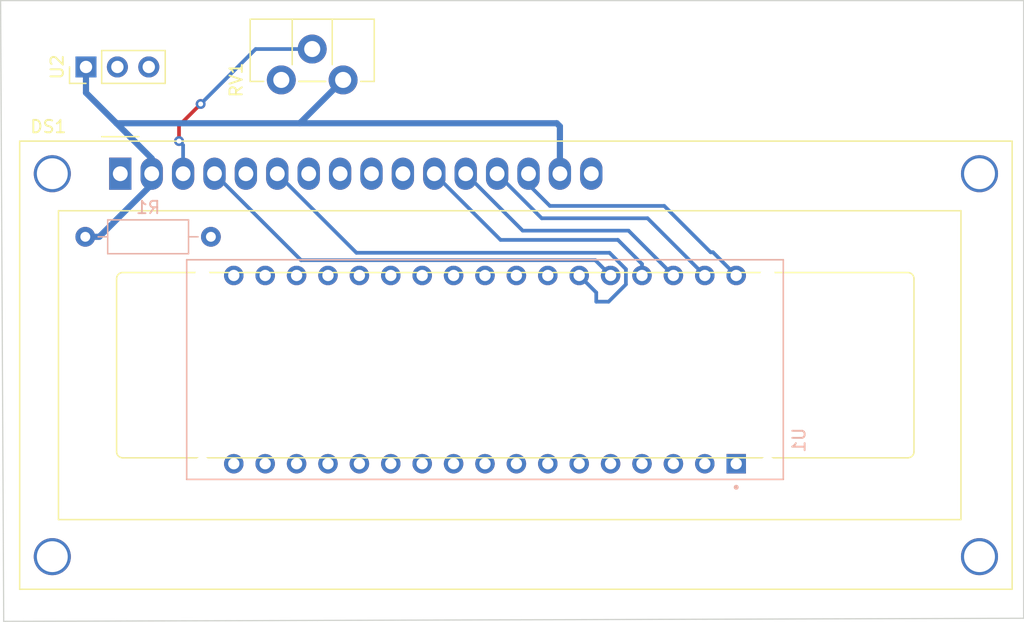
<source format=kicad_pcb>
(kicad_pcb (version 20211014) (generator pcbnew)
  (layers (0 "F.Cu" signal) (31 "B.Cu" signal) (34 "B.Paste" user) (35 "F.Paste" user) (36 "B.SilkS" user "B.Silkscreen") (37 "F.SilkS" user "F.Silkscreen") (38 "B.Mask" user) (39 "F.Mask" user) (44 "Edge.Cuts" user))
  (net 0 "")
  (net 1 "GND")
  (net 2 "+5V")
  (net 3 "Net-(RV1-Pad2)")
  (net 4 "/RST")
  (net 5 "/En")
  (net 10 "/D4")
  (net 11 "/D5")
  (net 12 "/D6")
  (net 13 "/D7")
  (net 14 "/DHT")
  (footprint "Display:WC1602A" (layer "F.Cu") (at 121.93 36.2625)
    (fp_text reference "DS1" (at -5.82 -3.81) (layer "F.SilkS"))
    (fp_text value "WC1602A")
    (fp_line (start -0.29972 22.49932) (end -0.29972 8.5) (layer "F.SilkS") (width 0.12))
    (fp_line (start 0.2 8) (end 63.7 8) (layer "F.SilkS") (width 0.12))
    (fp_line (start 64.2 8.5) (end 64.2 22.5) (layer "F.SilkS") (width 0.12))
    (fp_line (start -8.13 -2.64) (end -7.34 -2.64) (layer "F.SilkS") (width 0.12))
    (fp_line (start 68 28) (end -5 28) (layer "F.SilkS") (width 0.12))
    (fp_line (start -8.14 -2.64) (end -8.14 33.64) (layer "F.SilkS") (width 0.12))
    (fp_line (start -1.5 -3) (end 1.5 -3) (layer "F.SilkS") (width 0.12))
    (fp_line (start 63.70066 23) (end 0.2 23) (layer "F.SilkS") (width 0.12))
    (fp_line (start -5 28) (end -5 3) (layer "F.SilkS") (width 0.12))
    (fp_line (start -5 3) (end 68 3) (layer "F.SilkS") (width 0.12))
    (fp_line (start 68 3) (end 68 28) (layer "F.SilkS") (width 0.12))
    (fp_line (start -8.14 33.64) (end 72.14 33.64) (layer "F.SilkS") (width 0.12))
    (fp_line (start 72.14 -2.64) (end -7.34 -2.64) (layer "F.SilkS") (width 0.12))
    (fp_line (start 72.14 33.64) (end 72.14 -2.64) (layer "F.SilkS") (width 0.12))
    (fp_arc (start -0.29972 8.49884) (mid -0.153162 8.145018) (end 0.20066 7.99846) (layer "F.SilkS") (width 0.12))
    (fp_arc (start 0.20066 22.9997) (mid -0.153162 22.853142) (end -0.29972 22.49932) (layer "F.SilkS") (width 0.12))
    (fp_arc (start 64.20104 22.49932) (mid 64.054473 22.853115) (end 63.70066 22.9997) (layer "F.SilkS") (width 0.12))
    (fp_arc (start 63.7 8) (mid 64.053553 8.146447) (end 64.2 8.5) (layer "F.SilkS") (width 0.12))
    (pad "" thru_hole circle (at 69.49948 31.0007) (size 3 3) (drill 2.5) (layers *.Cu *.Mask))
    (pad "" thru_hole circle (at -5.4991 31.0007) (size 3 3) (drill 2.5) (layers *.Cu *.Mask))
    (pad "" thru_hole circle (at 69.5 0) (size 3 3) (drill 2.5) (layers *.Cu *.Mask))
    (pad "" thru_hole circle (at -5.4991 0) (size 3 3) (drill 2.5) (layers *.Cu *.Mask))
    (pad "1" thru_hole rect (at 0 0) (size 1.8 2.6) (drill 1.2) (layers *.Cu *.Mask) (net 1 "GND"))
    (pad "2" thru_hole oval (at 2.54 0) (size 1.8 2.6) (drill 1.2) (layers *.Cu *.Mask) (net 2 "+5V"))
    (pad "3" thru_hole oval (at 5.08 0) (size 1.8 2.6) (drill 1.2) (layers *.Cu *.Mask) (net 3 "Net-(RV1-Pad2)"))
    (pad "4" thru_hole oval (at 7.62 0) (size 1.8 2.6) (drill 1.2) (layers *.Cu *.Mask) (net 4 "/RST"))
    (pad "5" thru_hole oval (at 10.16 0) (size 1.8 2.6) (drill 1.2) (layers *.Cu *.Mask) (net 1 "GND"))
    (pad "6" thru_hole oval (at 12.7 0) (size 1.8 2.6) (drill 1.2) (layers *.Cu *.Mask) (net 5 "/En"))
    (pad "7" thru_hole oval (at 15.24 0) (size 1.8 2.6) (drill 1.2) (layers *.Cu *.Mask))
    (pad "8" thru_hole oval (at 17.78 0) (size 1.8 2.6) (drill 1.2) (layers *.Cu *.Mask))
    (pad "9" thru_hole oval (at 20.32 0) (size 1.8 2.6) (drill 1.2) (layers *.Cu *.Mask))
    (pad "10" thru_hole oval (at 22.86 0) (size 1.8 2.6) (drill 1.2) (layers *.Cu *.Mask))
    (pad "11" thru_hole oval (at 25.4 0) (size 1.8 2.6) (drill 1.2) (layers *.Cu *.Mask) (net 10 "/D4"))
    (pad "12" thru_hole oval (at 27.94 0) (size 1.8 2.6) (drill 1.2) (layers *.Cu *.Mask) (net 11 "/D5"))
    (pad "13" thru_hole oval (at 30.48 0) (size 1.8 2.6) (drill 1.2) (layers *.Cu *.Mask) (net 12 "/D6"))
    (pad "14" thru_hole oval (at 33.02 0) (size 1.8 2.6) (drill 1.2) (layers *.Cu *.Mask) (net 13 "/D7"))
    (pad "15" thru_hole oval (at 35.56 0) (size 1.8 2.6) (drill 1.2) (layers *.Cu *.Mask) (net 2 "+5V"))
    (pad "16" thru_hole oval (at 38.1 0) (size 1.8 2.6) (drill 1.2) (layers *.Cu *.Mask) (net 1 "GND"))
  )
  (footprint "Connector_PinHeader_2.54mm:PinHeader_1x03_P2.54mm_Vertical" (layer "F.Cu") (at 119.155 27.62 90)
    (fp_text reference "U2" (at 0 -2.33 90) (layer "F.SilkS"))
    (fp_text value "DHT11")
    (fp_line (start -1.33 -1.33) (end 0 -1.33) (layer "F.SilkS") (width 0.12))
    (fp_line (start -1.33 1.27) (end 1.33 1.27) (layer "F.SilkS") (width 0.12))
    (fp_line (start -1.33 0) (end -1.33 -1.33) (layer "F.SilkS") (width 0.12))
    (fp_line (start 1.33 1.27) (end 1.33 6.41) (layer "F.SilkS") (width 0.12))
    (fp_line (start -1.33 6.41) (end 1.33 6.41) (layer "F.SilkS") (width 0.12))
    (fp_line (start -1.33 1.27) (end -1.33 6.41) (layer "F.SilkS") (width 0.12))
    (pad "1" thru_hole rect (at 0 0 90) (size 1.7 1.7) (drill 1) (layers *.Cu *.Mask) (net 2 "+5V"))
    (pad "2" thru_hole oval (at 0 2.54 90) (size 1.7 1.7) (drill 1) (layers *.Cu *.Mask) (net 14 "/DHT"))
    (pad "3" thru_hole oval (at 0 5.08 90) (size 1.7 1.7) (drill 1) (layers *.Cu *.Mask) (net 1 "GND"))
  )
  (footprint "Potentiometer_THT:Potentiometer_ACP_CA9-H2,5_Horizontal" (layer "F.Cu") (at 134.955 28.67 90)
    (fp_text reference "RV1" (at 0 -3.65 90) (layer "F.SilkS"))
    (fp_text value "10K")
    (fp_line (start -0.121 6.425) (end -0.121 7.52) (layer "F.SilkS") (width 0.12))
    (fp_line (start 4.92 0.88) (end 4.92 4.12) (layer "F.SilkS") (width 0.12))
    (fp_line (start -0.121 1.426) (end -0.121 3.575) (layer "F.SilkS") (width 0.12))
    (fp_line (start -0.121 -2.521) (end -0.121 -1.426) (layer "F.SilkS") (width 0.12))
    (fp_line (start 1.237 4.12) (end 4.92 4.12) (layer "F.SilkS") (width 0.12))
    (fp_line (start 1.237 0.88) (end 4.92 0.88) (layer "F.SilkS") (width 0.12))
    (fp_line (start -0.121 7.52) (end 4.92 7.52) (layer "F.SilkS") (width 0.12))
    (fp_line (start 4.92 -2.521) (end 4.92 7.52) (layer "F.SilkS") (width 0.12))
    (fp_line (start -0.121 1.426) (end -0.121 3.575) (layer "F.SilkS") (width 0.12))
    (fp_line (start -0.121 -2.521) (end 4.92 -2.521) (layer "F.SilkS") (width 0.12))
    (pad "1" thru_hole circle (at 0 0 90) (size 2.34 2.34) (drill 1.3) (layers *.Cu *.Mask) (net 1 "GND"))
    (pad "2" thru_hole circle (at 2.5 2.5 90) (size 2.34 2.34) (drill 1.3) (layers *.Cu *.Mask) (net 3 "Net-(RV1-Pad2)"))
    (pad "3" thru_hole circle (at 0 5 90) (size 2.34 2.34) (drill 1.3) (layers *.Cu *.Mask) (net 2 "+5V"))
  )
  (footprint "MyFootprints:ARDUINO_Micro" (layer "B.Cu") (at 151.43 52.12 90)
    (fp_text reference "U1" (at -5.715 25.4 90) (layer "B.SilkS") (effects (justify mirror)))
    (fp_text value "Arduino_Micro")
    (fp_line (start 8.89 -24.13) (end 8.89 24.13) (layer "B.SilkS") (width 0.127))
    (fp_line (start -8.89 -24.13) (end 8.89 -24.13) (layer "B.SilkS") (width 0.127))
    (fp_line (start -8.89 -24.13) (end -8.89 24.13) (layer "B.SilkS") (width 0.127))
    (fp_line (start -8.89 24.13) (end 8.89 24.13) (layer "B.SilkS") (width 0.127))
    (fp_circle (center -9.525 20.32) (end -9.425 20.32) (layer "B.SilkS") (width 0.2) (fill none))
    (pad "" np_thru_hole circle (at -7.62 -22.86 90) (size 1.2 1.2) (drill 1.2) (layers *.Cu *.Mask))
    (pad "" np_thru_hole circle (at 7.62 22.86 90) (size 1.2 1.2) (drill 1.2) (layers *.Cu *.Mask))
    (pad "" np_thru_hole circle (at -7.62 22.86 90) (size 1.2 1.2) (drill 1.2) (layers *.Cu *.Mask))
    (pad "" np_thru_hole circle (at 7.62 -22.86 90) (size 1.2 1.2) (drill 1.2) (layers *.Cu *.Mask))
    (pad "1" thru_hole rect (at -7.62 20.32 90) (size 1.5748 1.5748) (drill 0.9144) (layers *.Cu *.Mask))
    (pad "2" thru_hole circle (at -7.62 17.78 90) (size 1.5748 1.5748) (drill 0.9144) (layers *.Cu *.Mask))
    (pad "3" thru_hole circle (at -7.62 15.24 90) (size 1.5748 1.5748) (drill 0.9144) (layers *.Cu *.Mask))
    (pad "4" thru_hole circle (at -7.62 12.7 90) (size 1.5748 1.5748) (drill 0.9144) (layers *.Cu *.Mask))
    (pad "5" thru_hole circle (at -7.62 10.16 90) (size 1.5748 1.5748) (drill 0.9144) (layers *.Cu *.Mask))
    (pad "6" thru_hole circle (at -7.62 7.62 90) (size 1.5748 1.5748) (drill 0.9144) (layers *.Cu *.Mask))
    (pad "7" thru_hole circle (at -7.62 5.08 90) (size 1.5748 1.5748) (drill 0.9144) (layers *.Cu *.Mask))
    (pad "8" thru_hole circle (at -7.62 2.54 90) (size 1.5748 1.5748) (drill 0.9144) (layers *.Cu *.Mask))
    (pad "9" thru_hole circle (at -7.62 0 90) (size 1.5748 1.5748) (drill 0.9144) (layers *.Cu *.Mask))
    (pad "10" thru_hole circle (at -7.62 -2.54 90) (size 1.5748 1.5748) (drill 0.9144) (layers *.Cu *.Mask))
    (pad "11" thru_hole circle (at -7.62 -5.08 90) (size 1.5748 1.5748) (drill 0.9144) (layers *.Cu *.Mask))
    (pad "12" thru_hole circle (at -7.62 -7.62 90) (size 1.5748 1.5748) (drill 0.9144) (layers *.Cu *.Mask) (net 2 "+5V"))
    (pad "13" thru_hole circle (at -7.62 -10.16 90) (size 1.5748 1.5748) (drill 0.9144) (layers *.Cu *.Mask))
    (pad "14" thru_hole circle (at -7.62 -12.7 90) (size 1.5748 1.5748) (drill 0.9144) (layers *.Cu *.Mask) (net 1 "GND"))
    (pad "15" thru_hole circle (at -7.62 -15.24 90) (size 1.5748 1.5748) (drill 0.9144) (layers *.Cu *.Mask))
    (pad "16" thru_hole circle (at -7.62 -17.78 90) (size 1.5748 1.5748) (drill 0.9144) (layers *.Cu *.Mask))
    (pad "17" thru_hole circle (at -7.62 -20.32 90) (size 1.5748 1.5748) (drill 0.9144) (layers *.Cu *.Mask))
    (pad "18" thru_hole circle (at 7.62 -20.32 90) (size 1.5748 1.5748) (drill 0.9144) (layers *.Cu *.Mask))
    (pad "19" thru_hole circle (at 7.62 -17.78 90) (size 1.5748 1.5748) (drill 0.9144) (layers *.Cu *.Mask))
    (pad "20" thru_hole circle (at 7.62 -15.24 90) (size 1.5748 1.5748) (drill 0.9144) (layers *.Cu *.Mask))
    (pad "21" thru_hole circle (at 7.62 -12.7 90) (size 1.5748 1.5748) (drill 0.9144) (layers *.Cu *.Mask))
    (pad "22" thru_hole circle (at 7.62 -10.16 90) (size 1.5748 1.5748) (drill 0.9144) (layers *.Cu *.Mask))
    (pad "23" thru_hole circle (at 7.62 -7.62 90) (size 1.5748 1.5748) (drill 0.9144) (layers *.Cu *.Mask) (net 1 "GND"))
    (pad "24" thru_hole circle (at 7.62 -5.08 90) (size 1.5748 1.5748) (drill 0.9144) (layers *.Cu *.Mask))
    (pad "25" thru_hole circle (at 7.62 -2.54 90) (size 1.5748 1.5748) (drill 0.9144) (layers *.Cu *.Mask))
    (pad "26" thru_hole circle (at 7.62 0 90) (size 1.5748 1.5748) (drill 0.9144) (layers *.Cu *.Mask))
    (pad "27" thru_hole circle (at 7.62 2.54 90) (size 1.5748 1.5748) (drill 0.9144) (layers *.Cu *.Mask))
    (pad "28" thru_hole circle (at 7.62 5.08 90) (size 1.5748 1.5748) (drill 0.9144) (layers *.Cu *.Mask) (net 14 "/DHT"))
    (pad "29" thru_hole circle (at 7.62 7.62 90) (size 1.5748 1.5748) (drill 0.9144) (layers *.Cu *.Mask) (net 5 "/En"))
    (pad "30" thru_hole circle (at 7.62 10.16 90) (size 1.5748 1.5748) (drill 0.9144) (layers *.Cu *.Mask) (net 4 "/RST"))
    (pad "31" thru_hole circle (at 7.62 12.7 90) (size 1.5748 1.5748) (drill 0.9144) (layers *.Cu *.Mask) (net 10 "/D4"))
    (pad "32" thru_hole circle (at 7.62 15.24 90) (size 1.5748 1.5748) (drill 0.9144) (layers *.Cu *.Mask) (net 11 "/D5"))
    (pad "33" thru_hole circle (at 7.62 17.78 90) (size 1.5748 1.5748) (drill 0.9144) (layers *.Cu *.Mask) (net 12 "/D6"))
    (pad "34" thru_hole circle (at 7.62 20.32 90) (size 1.5748 1.5748) (drill 0.9144) (layers *.Cu *.Mask) (net 13 "/D7"))
  )
  (footprint "Resistor_THT:R_Axial_DIN0207_L6.3mm_D2.5mm_P10.16mm_Horizontal" (layer "B.Cu") (at 129.26 41.37 180)
    (fp_text reference "R1" (at 5.08 2.37) (layer "B.SilkS") (effects (justify mirror)))
    (fp_text value "10K")
    (fp_line (start 9.12 0) (end 8.35 0) (layer "B.SilkS") (width 0.12))
    (fp_line (start 1.81 -1.37) (end 8.35 -1.37) (layer "B.SilkS") (width 0.12))
    (fp_line (start 1.04 0) (end 1.81 0) (layer "B.SilkS") (width 0.12))
    (fp_line (start 8.35 -1.37) (end 8.35 1.37) (layer "B.SilkS") (width 0.12))
    (fp_line (start 8.35 1.37) (end 1.81 1.37) (layer "B.SilkS") (width 0.12))
    (fp_line (start 1.81 1.37) (end 1.81 -1.37) (layer "B.SilkS") (width 0.12))
    (pad "1" thru_hole circle (at 0 0 180) (size 1.6 1.6) (drill 0.8) (layers *.Cu *.Mask) (net 14 "/DHT"))
    (pad "2" thru_hole oval (at 10.16 0 180) (size 1.6 1.6) (drill 0.8) (layers *.Cu *.Mask) (net 2 "+5V"))
  )
  (gr_line (start 195 72.25) (end 112.75 72.5) (layer "Edge.Cuts") (width 0.1))
  (gr_line (start 112.5 72.5) (end 112.25 22.25) (layer "Edge.Cuts") (width 0.1))
  (gr_line (start 112.25 22.25) (end 195 22.25) (layer "Edge.Cuts") (width 0.1))
  (gr_line (start 195 22.25) (end 195 72.25) (layer "Edge.Cuts") (width 0.1))
  (gr_line (start 112.75 72.5) (end 112.5 72.5) (layer "Edge.Cuts") (width 0.1))
  (segment (start 119.155 29.71) (end 121.6225 32.1775) (width 0.5) (layer "B.Cu") (net 2))
  (segment (start 157.2375 32.1775) (end 157.49 32.43) (width 0.5) (layer "B.Cu") (net 2))
  (segment (start 124.47 35.025) (end 124.47 36.2625) (width 0.5) (layer "B.Cu") (net 2))
  (segment (start 136.4475 32.1775) (end 121.6225 32.1775) (width 0.5) (layer "B.Cu") (net 2))
  (segment (start 136.4475 32.1775) (end 157.2375 32.1775) (width 0.5) (layer "B.Cu") (net 2))
  (segment (start 119.155 27.62) (end 119.155 29.71) (width 0.5) (layer "B.Cu") (net 2))
  (segment (start 139.955 28.67) (end 136.4475 32.1775) (width 0.5) (layer "B.Cu") (net 2))
  (segment (start 124.47 37.13137) (end 124.47 36.2625) (width 0.5) (layer "B.Cu") (net 2))
  (segment (start 157.49 32.43) (end 157.49 36.2625) (width 0.5) (layer "B.Cu") (net 2))
  (segment (start 120.23137 41.37) (end 124.47 37.13137) (width 0.5) (layer "B.Cu") (net 2))
  (segment (start 121.6225 32.1775) (end 124.47 35.025) (width 0.5) (layer "B.Cu") (net 2))
  (segment (start 119.1 41.37) (end 120.23137 41.37) (width 0.5) (layer "B.Cu") (net 2))
  (segment (start 126.68 32.37) (end 128.43 30.62) (width 0.3) (layer "F.Cu") (net 3))
  (segment (start 126.68 33.62) (end 126.68 32.37) (width 0.3) (layer "F.Cu") (net 3))
  (via (at 126.68 33.62) (size 0.8) (drill 0.4) (layers "F.Cu" "B.Cu") (net 3))
  (via (at 128.43 30.62) (size 0.8) (drill 0.4) (layers "F.Cu" "B.Cu") (net 3))
  (segment (start 127.01 36.2625) (end 127.01 33.95) (width 0.3) (layer "B.Cu") (net 3))
  (segment (start 132.88 26.17) (end 137.455 26.17) (width 0.3) (layer "B.Cu") (net 3))
  (segment (start 128.43 30.62) (end 132.88 26.17) (width 0.3) (layer "B.Cu") (net 3))
  (segment (start 127.01 33.95) (end 126.68 33.62) (width 0.3) (layer "B.Cu") (net 3))
  (segment (start 129.55 36.2625) (end 136.5501 43.2626) (width 0.3) (layer "B.Cu") (net 4))
  (segment (start 160.3526 43.2626) (end 161.59 44.5) (width 0.3) (layer "B.Cu") (net 4))
  (segment (start 136.5501 43.2626) (end 160.3526 43.2626) (width 0.3) (layer "B.Cu") (net 4))
  (segment (start 134.63 36.2625) (end 141.0301 42.6626) (width 0.3) (layer "B.Cu") (net 5))
  (segment (start 161.43 46.62) (end 160.43 46.62) (width 0.3) (layer "B.Cu") (net 5))
  (segment (start 160.43 46.62) (end 160.43 45.88) (width 0.3) (layer "B.Cu") (net 5))
  (segment (start 162.8274 45.2226) (end 161.43 46.62) (width 0.3) (layer "B.Cu") (net 5))
  (segment (start 160.43 45.88) (end 159.05 44.5) (width 0.3) (layer "B.Cu") (net 5))
  (segment (start 141.0301 42.6626) (end 161.502548 42.6626) (width 0.3) (layer "B.Cu") (net 5))
  (segment (start 161.502548 42.6626) (end 162.8274 43.987452) (width 0.3) (layer "B.Cu") (net 5))
  (segment (start 162.8274 43.987452) (end 162.8274 45.2226) (width 0.3) (layer "B.Cu") (net 5))
  (segment (start 147.33 36.2625) (end 152.6875 41.62) (width 0.3) (layer "B.Cu") (net 10))
  (segment (start 162.18 41.62) (end 164.13 43.57) (width 0.3) (layer "B.Cu") (net 10))
  (segment (start 152.6875 41.62) (end 162.18 41.62) (width 0.3) (layer "B.Cu") (net 10))
  (segment (start 164.13 43.57) (end 164.13 44.5) (width 0.3) (layer "B.Cu") (net 10))
  (segment (start 154.4775 40.87) (end 163.04 40.87) (width 0.3) (layer "B.Cu") (net 11))
  (segment (start 149.87 36.2625) (end 154.4775 40.87) (width 0.3) (layer "B.Cu") (net 11))
  (segment (start 163.04 40.87) (end 166.67 44.5) (width 0.3) (layer "B.Cu") (net 11))
  (segment (start 164.58 39.87) (end 169.21 44.5) (width 0.3) (layer "B.Cu") (net 12))
  (segment (start 156.0175 39.87) (end 164.58 39.87) (width 0.3) (layer "B.Cu") (net 12))
  (segment (start 152.41 36.2625) (end 156.0175 39.87) (width 0.3) (layer "B.Cu") (net 12))
  (segment (start 154.95 36.2625) (end 154.95 37.14) (width 0.3) (layer "B.Cu") (net 13))
  (segment (start 156.68 38.87) (end 165.93 38.87) (width 0.3) (layer "B.Cu") (net 13))
  (segment (start 169.87 42.62) (end 171.75 44.5) (width 0.3) (layer "B.Cu") (net 13))
  (segment (start 154.95 37.14) (end 156.68 38.87) (width 0.3) (layer "B.Cu") (net 13))
  (segment (start 165.93 38.87) (end 169.68 42.62) (width 0.3) (layer "B.Cu") (net 13))
  (segment (start 169.68 42.62) (end 169.87 42.62) (width 0.3) (layer "B.Cu") (net 13))
)
</source>
